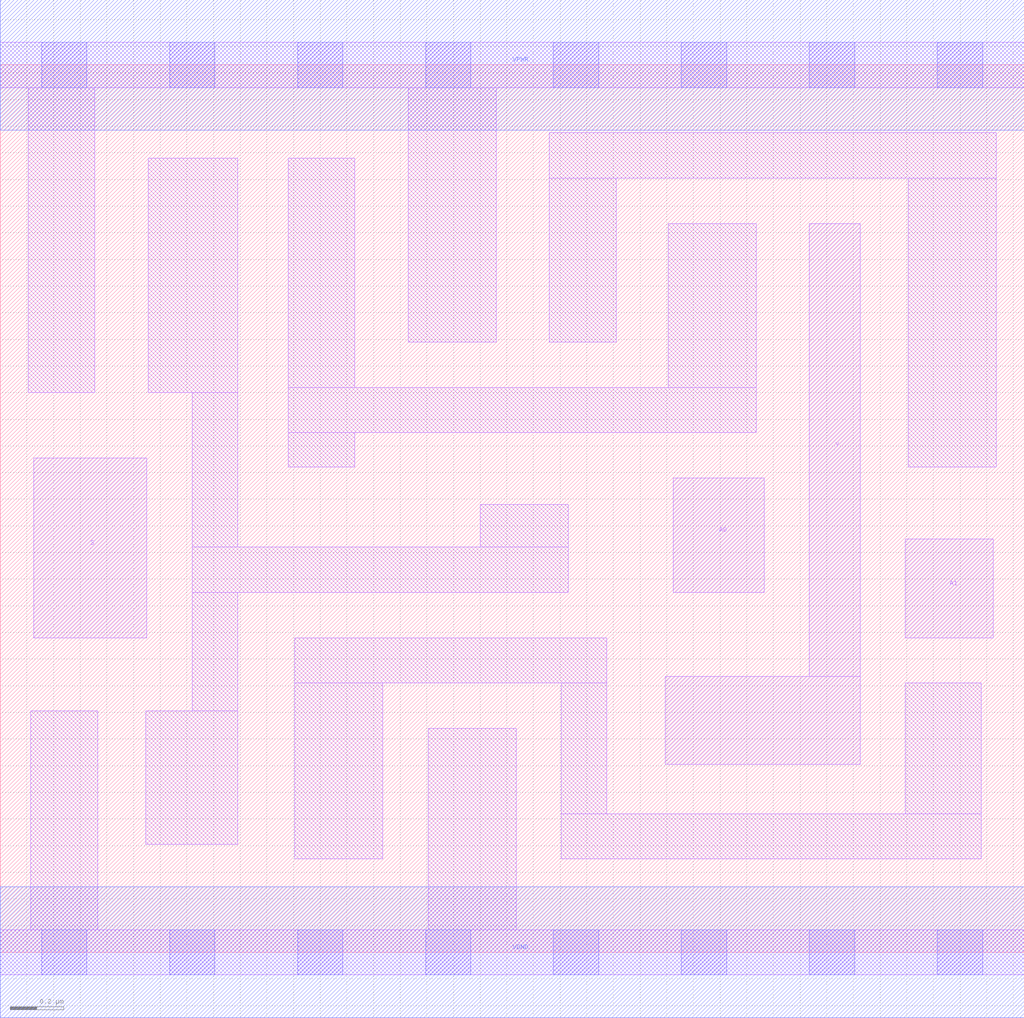
<source format=lef>
# Copyright 2020 The SkyWater PDK Authors
#
# Licensed under the Apache License, Version 2.0 (the "License");
# you may not use this file except in compliance with the License.
# You may obtain a copy of the License at
#
#     https://www.apache.org/licenses/LICENSE-2.0
#
# Unless required by applicable law or agreed to in writing, software
# distributed under the License is distributed on an "AS IS" BASIS,
# WITHOUT WARRANTIES OR CONDITIONS OF ANY KIND, either express or implied.
# See the License for the specific language governing permissions and
# limitations under the License.
#
# SPDX-License-Identifier: Apache-2.0

VERSION 5.7 ;
  NOWIREEXTENSIONATPIN ON ;
  DIVIDERCHAR "/" ;
  BUSBITCHARS "[]" ;
UNITS
  DATABASE MICRONS 200 ;
END UNITS
MACRO sky130_fd_sc_ls__mux2i_1
  CLASS CORE ;
  FOREIGN sky130_fd_sc_ls__mux2i_1 ;
  ORIGIN  0.000000  0.000000 ;
  SIZE  3.840000 BY  3.330000 ;
  SYMMETRY X Y ;
  SITE unit ;
  PIN A0
    ANTENNAGATEAREA  0.279000 ;
    DIRECTION INPUT ;
    USE SIGNAL ;
    PORT
      LAYER li1 ;
        RECT 2.525000 1.350000 2.865000 1.780000 ;
    END
  END A0
  PIN A1
    ANTENNAGATEAREA  0.279000 ;
    DIRECTION INPUT ;
    USE SIGNAL ;
    PORT
      LAYER li1 ;
        RECT 3.395000 1.180000 3.725000 1.550000 ;
    END
  END A1
  PIN S
    ANTENNAGATEAREA  0.487500 ;
    DIRECTION INPUT ;
    USE SIGNAL ;
    PORT
      LAYER li1 ;
        RECT 0.125000 1.180000 0.550000 1.855000 ;
    END
  END S
  PIN Y
    ANTENNADIFFAREA  0.857700 ;
    DIRECTION OUTPUT ;
    USE SIGNAL ;
    PORT
      LAYER li1 ;
        RECT 2.495000 0.705000 3.225000 1.035000 ;
        RECT 3.035000 1.035000 3.225000 2.735000 ;
    END
  END Y
  PIN VGND
    DIRECTION INOUT ;
    SHAPE ABUTMENT ;
    USE GROUND ;
    PORT
      LAYER met1 ;
        RECT 0.000000 -0.245000 3.840000 0.245000 ;
    END
  END VGND
  PIN VPWR
    DIRECTION INOUT ;
    SHAPE ABUTMENT ;
    USE POWER ;
    PORT
      LAYER met1 ;
        RECT 0.000000 3.085000 3.840000 3.575000 ;
    END
  END VPWR
  OBS
    LAYER li1 ;
      RECT 0.000000 -0.085000 3.840000 0.085000 ;
      RECT 0.000000  3.245000 3.840000 3.415000 ;
      RECT 0.105000  2.100000 0.355000 3.245000 ;
      RECT 0.115000  0.085000 0.365000 0.905000 ;
      RECT 0.545000  0.405000 0.890000 0.905000 ;
      RECT 0.555000  2.100000 0.890000 2.980000 ;
      RECT 0.720000  0.905000 0.890000 1.350000 ;
      RECT 0.720000  1.350000 2.130000 1.520000 ;
      RECT 0.720000  1.520000 0.890000 2.100000 ;
      RECT 1.080000  1.820000 1.330000 1.950000 ;
      RECT 1.080000  1.950000 2.835000 2.120000 ;
      RECT 1.080000  2.120000 1.330000 2.980000 ;
      RECT 1.105000  0.350000 1.435000 1.010000 ;
      RECT 1.105000  1.010000 2.275000 1.180000 ;
      RECT 1.530000  2.290000 1.860000 3.245000 ;
      RECT 1.605000  0.085000 1.935000 0.840000 ;
      RECT 1.800000  1.520000 2.130000 1.680000 ;
      RECT 2.060000  2.290000 2.310000 2.905000 ;
      RECT 2.060000  2.905000 3.735000 3.075000 ;
      RECT 2.105000  0.350000 3.680000 0.520000 ;
      RECT 2.105000  0.520000 2.275000 1.010000 ;
      RECT 2.505000  2.120000 2.835000 2.735000 ;
      RECT 3.395000  0.520000 3.680000 1.010000 ;
      RECT 3.405000  1.820000 3.735000 2.905000 ;
    LAYER mcon ;
      RECT 0.155000 -0.085000 0.325000 0.085000 ;
      RECT 0.155000  3.245000 0.325000 3.415000 ;
      RECT 0.635000 -0.085000 0.805000 0.085000 ;
      RECT 0.635000  3.245000 0.805000 3.415000 ;
      RECT 1.115000 -0.085000 1.285000 0.085000 ;
      RECT 1.115000  3.245000 1.285000 3.415000 ;
      RECT 1.595000 -0.085000 1.765000 0.085000 ;
      RECT 1.595000  3.245000 1.765000 3.415000 ;
      RECT 2.075000 -0.085000 2.245000 0.085000 ;
      RECT 2.075000  3.245000 2.245000 3.415000 ;
      RECT 2.555000 -0.085000 2.725000 0.085000 ;
      RECT 2.555000  3.245000 2.725000 3.415000 ;
      RECT 3.035000 -0.085000 3.205000 0.085000 ;
      RECT 3.035000  3.245000 3.205000 3.415000 ;
      RECT 3.515000 -0.085000 3.685000 0.085000 ;
      RECT 3.515000  3.245000 3.685000 3.415000 ;
  END
END sky130_fd_sc_ls__mux2i_1
END LIBRARY

</source>
